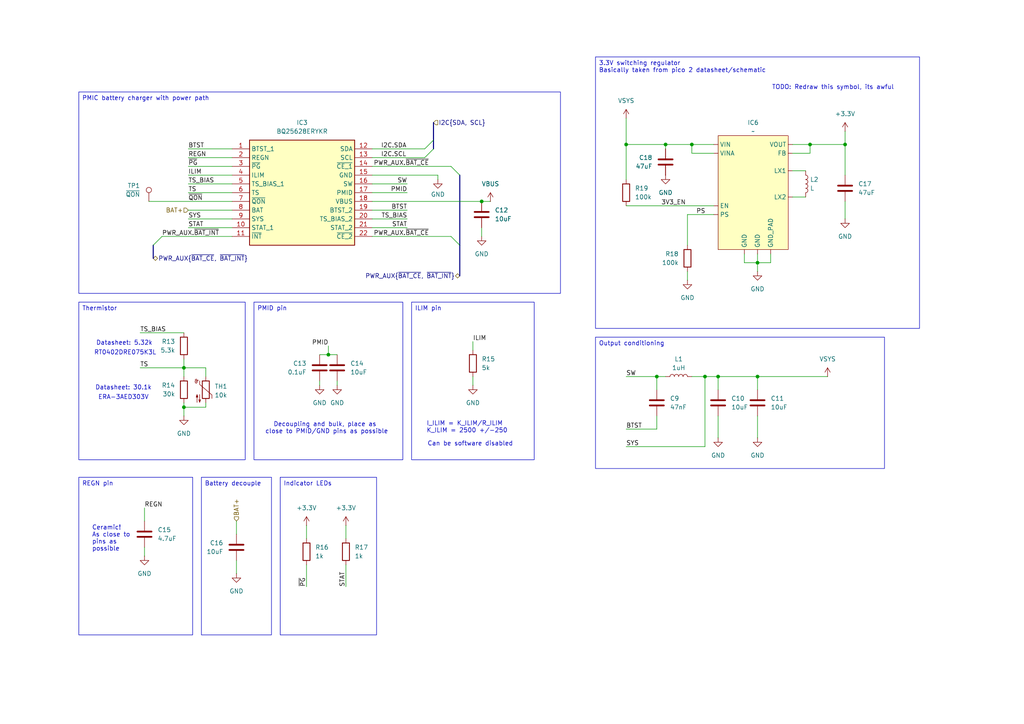
<source format=kicad_sch>
(kicad_sch (version 20250114) (generator "eeschema") (generator_version "9.0")
  (paper "A4")
  (lib_symbols
    (symbol "Connector:TestPoint" (pin_numbers (hide yes)) (pin_names (offset 0.762) (hide yes))
      (property "Reference" "TP" (at 0 6.858 0))
      (property "Value" "TestPoint" (at 0 5.08 0))
      (symbol "TestPoint_0_1"
        (circle (center 0 3.302) (radius 0.762))
      )
      (symbol "TestPoint_1_1"
        (pin passive line (at 0 0 90) (length 2.54) (name "1") (number "1"))
      )
    )
    (symbol "Device:C" (pin_numbers (hide yes)) (pin_names (offset 0.254))
      (property "Reference" "C" (at 0.635 2.54 0))
      (property "Value" "C" (at 0.635 -2.54 0))
      (symbol "C_0_1"
        (polyline (pts (xy -2.032 0.762) (xy 2.032 0.762)) (stroke (width 0.508)))
        (polyline (pts (xy -2.032 -0.762) (xy 2.032 -0.762)) (stroke (width 0.508)))
      )
      (symbol "C_1_1"
        (pin passive line (at 0 3.81 270) (length 2.794) (name "~") (number "1"))
        (pin passive line (at 0 -3.81 90) (length 2.794) (name "~") (number "2"))
      )
    )
    (symbol "Device:L" (pin_numbers (hide yes)) (pin_names (offset 1.016) (hide yes))
      (property "Reference" "L" (at -1.27 0 90))
      (property "Value" "L" (at 1.905 0 90))
      (symbol "L_0_1"
        (arc (start 0 2.54) (mid 0.6323 1.905) (end 0 1.27))
        (arc (start 0 1.27) (mid 0.6323 0.635) (end 0 0))
        (arc (start 0 0) (mid 0.6323 -0.635) (end 0 -1.27))
        (arc (start 0 -1.27) (mid 0.6323 -1.905) (end 0 -2.54))
      )
      (symbol "L_1_1"
        (pin passive line (at 0 3.81 270) (length 1.27) (name "1") (number "1"))
        (pin passive line (at 0 -3.81 90) (length 1.27) (name "2") (number "2"))
      )
    )
    (symbol "Device:R" (pin_numbers (hide yes)) (pin_names (offset 0))
      (property "Reference" "R" (at 2.032 0 90))
      (property "Value" "R" (at 0 0 90))
      (symbol "R_0_1"
        (rectangle (start -1.016 -2.54) (end 1.016 2.54) (stroke (width 0.254)))
      )
      (symbol "R_1_1"
        (pin passive line (at 0 3.81 270) (length 1.27) (name "~") (number "1"))
        (pin passive line (at 0 -3.81 90) (length 1.27) (name "~") (number "2"))
      )
    )
    (symbol "Device:Thermistor_NTC" (pin_numbers (hide yes)) (pin_names (offset 0))
      (property "Reference" "TH" (at -4.445 0 90))
      (property "Value" "Thermistor_NTC" (at 3.175 0 90))
      (symbol "Thermistor_NTC_0_1"
        (arc (start -3.175 2.413) (mid -3.0506 2.3165) (end -3.048 2.159))
        (arc (start -3.048 2.794) (mid -2.9736 2.9736) (end -2.794 3.048))
        (arc (start -2.794 3.048) (mid -2.6144 2.9736) (end -2.54 2.794))
        (arc (start -2.794 2.54) (mid -2.9736 2.6144) (end -3.048 2.794))
        (arc (start -2.794 1.905) (mid -2.9736 1.9794) (end -3.048 2.159))
        (arc (start -2.54 2.159) (mid -2.6144 1.9794) (end -2.794 1.905))
        (arc (start -2.159 2.794) (mid -2.434 2.5608) (end -2.794 2.54))
        (polyline (pts (xy -2.54 2.159) (xy -2.54 2.794)))
        (polyline (pts (xy -2.54 -3.683) (xy -2.54 -1.397) (xy -2.794 -2.159) (xy -2.286 -2.159) (xy -2.54 -1.397) (xy -2.54 -1.651)) (fill (type outline)))
        (polyline (pts (xy -1.778 2.54) (xy -1.778 1.524) (xy 1.778 -1.524) (xy 1.778 -2.54)))
        (polyline (pts (xy -1.778 -1.397) (xy -1.778 -3.683) (xy -2.032 -2.921) (xy -1.524 -2.921) (xy -1.778 -3.683) (xy -1.778 -3.429)) (fill (type outline)))
        (rectangle (start -1.016 2.54) (end 1.016 -2.54) (stroke (width 0.254)))
      )
      (symbol "Thermistor_NTC_1_1"
        (pin passive line (at 0 3.81 270) (length 1.27) (name "~") (number "1"))
        (pin passive line (at 0 -3.81 90) (length 1.27) (name "~") (number "2"))
      )
    )
    (symbol "SamacSys_Parts:BQ25628ERYKR"
      (property "Reference" "IC" (at 36.83 7.62 0))
      (property "Value" "BQ25628ERYKR" (at 36.83 5.08 0))
      (symbol "BQ25628ERYKR_1_1"
        (rectangle (start 5.08 2.54) (end 35.56 -27.94) (stroke (width 0.254)) (fill (type background)))
        (pin passive line (at 0 0 0) (length 5.08) (name "BTST_1") (number "1"))
        (pin passive line (at 0 -2.54 0) (length 5.08) (name "REGN") (number "2"))
        (pin passive line (at 0 -5.08 0) (length 5.08) (name "~{PG}") (number "3"))
        (pin passive line (at 0 -7.62 0) (length 5.08) (name "ILIM") (number "4"))
        (pin passive line (at 0 -10.16 0) (length 5.08) (name "TS_BIAS_1") (number "5"))
        (pin passive line (at 0 -12.7 0) (length 5.08) (name "TS") (number "6"))
        (pin passive line (at 0 -15.24 0) (length 5.08) (name "~{QON}") (number "7"))
        (pin passive line (at 0 -17.78 0) (length 5.08) (name "BAT") (number "8"))
        (pin passive line (at 0 -20.32 0) (length 5.08) (name "SYS") (number "9"))
        (pin passive line (at 0 -22.86 0) (length 5.08) (name "STAT_1") (number "10"))
        (pin passive line (at 0 -25.4 0) (length 5.08) (name "~{INT}") (number "11"))
        (pin passive line (at 40.64 0 180) (length 5.08) (name "SDA") (number "12"))
        (pin passive line (at 40.64 -2.54 180) (length 5.08) (name "SCL") (number "13"))
        (pin passive line (at 40.64 -5.08 180) (length 5.08) (name "~{CE_1}") (number "14"))
        (pin passive line (at 40.64 -7.62 180) (length 5.08) (name "GND") (number "15"))
        (pin passive line (at 40.64 -10.16 180) (length 5.08) (name "SW") (number "16"))
        (pin passive line (at 40.64 -12.7 180) (length 5.08) (name "PMID") (number "17"))
        (pin passive line (at 40.64 -15.24 180) (length 5.08) (name "VBUS") (number "18"))
        (pin passive line (at 40.64 -17.78 180) (length 5.08) (name "BTST_2") (number "19"))
        (pin passive line (at 40.64 -20.32 180) (length 5.08) (name "TS_BIAS_2") (number "20"))
        (pin passive line (at 40.64 -22.86 180) (length 5.08) (name "STAT_2") (number "21"))
        (pin passive line (at 40.64 -25.4 180) (length 5.08) (name "~{CE_2}") (number "22"))
      )
    )
    (symbol "SamacSys_Parts:RT6150B-33GQW-Custom"
      (property "Reference" "IC" (at 0 0 0))
      (symbol "RT6150B-33GQW-Custom_1_1"
        (rectangle (start -10.16 -1.27) (end 10.16 -34.29) (fill (type background)))
        (pin power_in line (at -11.43 -3.81 0) (length 1.27) (name "VIN") (number ""))
        (pin power_in line (at -11.43 -6.35 0) (length 1.27) (name "VINA") (number ""))
        (pin input line (at -11.43 -21.59 0) (length 1.27) (name "EN") (number ""))
        (pin input line (at -11.43 -24.13 0) (length 1.27) (name "PS") (number ""))
        (pin passive line (at -2.54 -35.56 90) (length 1.27) (name "GND") (number ""))
        (pin passive line (at 1.27 -35.56 90) (length 1.27) (name "GND") (number ""))
        (pin passive line (at 5.08 -35.56 90) (length 1.27) (name "GND_PAD") (number ""))
        (pin power_out line (at 11.43 -3.81 180) (length 1.27) (name "VOUT") (number ""))
        (pin input line (at 11.43 -6.35 180) (length 1.27) (name "FB") (number ""))
        (pin passive line (at 11.43 -11.43 180) (length 1.27) (name "LX1") (number ""))
        (pin passive line (at 11.43 -19.05 180) (length 1.27) (name "LX2") (number ""))
      )
    )
    (symbol "power:+3.3V" (power) (pin_numbers (hide yes)) (pin_names (offset 0) (hide yes))
      (property "Value" "+3.3V" (at 0 3.556 0))
      (symbol "+3.3V_0_1"
        (polyline (pts (xy -0.762 1.27) (xy 0 2.54)))
        (polyline (pts (xy 0 2.54) (xy 0.762 1.27)))
        (polyline (pts (xy 0 0) (xy 0 2.54)))
      )
      (symbol "+3.3V_1_1"
        (pin power_in line (at 0 0 90) (length 0) (name "~") (number "1"))
      )
    )
    (symbol "power:GND" (power) (pin_numbers (hide yes)) (pin_names (offset 0) (hide yes))
      (property "Value" "GND" (at 0 -3.81 0))
      (symbol "GND_0_1"
        (polyline (pts (xy 0 0) (xy 0 -1.27) (xy 1.27 -1.27) (xy 0 -2.54) (xy -1.27 -1.27) (xy 0 -1.27)))
      )
      (symbol "GND_1_1"
        (pin power_in line (at 0 0 270) (length 0) (name "~") (number "1"))
      )
    )
    (symbol "power:VBUS" (power) (pin_numbers (hide yes)) (pin_names (offset 0) (hide yes))
      (property "Value" "VBUS" (at 0 3.556 0))
      (symbol "VBUS_0_1"
        (polyline (pts (xy -0.762 1.27) (xy 0 2.54)))
        (polyline (pts (xy 0 2.54) (xy 0.762 1.27)))
        (polyline (pts (xy 0 0) (xy 0 2.54)))
      )
      (symbol "VBUS_1_1"
        (pin power_in line (at 0 0 90) (length 0) (name "~") (number "1"))
      )
    )
  )
  (text "Can be software disabled" (at 136.398 128.778 0) (effects (font (size 1.27 1.27))))
  (text "I_ILIM = K_ILIM/R_ILIM\nK_ILIM = 2500 +/-250 " (at 123.698 123.952 0) (effects (font (size 1.27 1.27)) (justify left)))
  (text "Datasheet: 30.1k" (at 35.814 112.522 0) (effects (font (size 1.27 1.27))))
  (text "Ceramic!\nAs close to \npins as \npossible" (at 26.67 160.02 0) (effects (font (size 1.27 1.27)) (justify left bottom)))
  (text "RT0402DRE075K3L" (at 36.322 102.362 0) (effects (font (size 1.27 1.27))))
  (text "Decoupling and bulk, place as \nclose to PMID/GND pins as possible" (at 94.742 124.206 0) (effects (font (size 1.27 1.27))))
  (text "Datasheet: 5.32k" (at 36.068 99.568 0) (effects (font (size 1.27 1.27))))
  (text "ERA-3AED303V" (at 35.814 115.316 0) (effects (font (size 1.27 1.27))))
  (text "TODO: Redraw this symbol, its awful" (at 259.334 25.4 0) (effects (font (size 1.27 1.27)) (justify right)))
  (text_box "3.3V switching regulator\nBasically taken from pico 2 datasheet/schematic" (at 172.72 16.51 0) (size 93.98 78.74) (margins 0.9525 0.9525 0.9525 0.9525) (effects (font (size 1.27 1.27)) (justify left top)))
  (text_box "Battery decouple" (at 58.42 138.43 0) (size 20.32 45.72) (margins 0.9525 0.9525 0.9525 0.9525) (effects (font (size 1.27 1.27)) (justify left top)))
  (text_box "Thermistor" (at 22.86 87.63 0) (size 48.26 45.72) (margins 0.9525 0.9525 0.9525 0.9525) (effects (font (size 1.27 1.27)) (justify left top)))
  (text_box "PMID pin" (at 73.66 87.63 0) (size 43.18 45.72) (margins 0.9525 0.9525 0.9525 0.9525) (effects (font (size 1.27 1.27)) (justify left top)))
  (text_box "PMIC battery charger with power path" (at 22.86 26.67 0) (size 139.7 58.42) (margins 0.9525 0.9525 0.9525 0.9525) (effects (font (size 1.27 1.27)) (justify left top)))
  (text_box "REGN pin" (at 22.86 138.43 0) (size 33.02 45.72) (margins 0.9525 0.9525 0.9525 0.9525) (effects (font (size 1.27 1.27)) (justify left top)))
  (text_box "Indicator LEDs" (at 81.28 138.43 0) (size 27.94 45.72) (margins 0.9525 0.9525 0.9525 0.9525) (effects (font (size 1.27 1.27)) (justify left top)))
  (text_box "ILIM pin" (at 119.38 87.63 0) (size 35.56 45.72) (margins 0.9525 0.9525 0.9525 0.9525) (effects (font (size 1.27 1.27)) (justify left top)))
  (text_box "Output conditioning" (at 172.72 97.79 0) (size 83.82 38.1) (margins 0.9525 0.9525 0.9525 0.9525) (effects (font (size 1.27 1.27)) (justify left top)))
  (junction (at 190.5 109.22))
  (junction (at 181.61 41.91))
  (junction (at 208.28 109.22))
  (junction (at 219.71 76.2))
  (junction (at 219.71 109.22))
  (junction (at 53.34 118.11))
  (junction (at 200.66 41.91))
  (junction (at 204.47 109.22))
  (junction (at 245.11 41.91))
  (junction (at 234.95 41.91))
  (junction (at 53.34 106.68))
  (junction (at 193.04 41.91))
  (junction (at 95.25 102.87))
  (junction (at 139.7 58.42))
  (bus_entry (at 130.81 68.58) (size 2.54 2.54))
  (bus_entry (at 130.81 48.26) (size 2.54 2.54))
  (bus_entry (at 123.19 43.18) (size 2.54 -2.54))
  (bus_entry (at 123.19 45.72) (size 2.54 -2.54))
  (bus_entry (at 44.45 71.12) (size 2.54 -2.54))
  (wire (pts (xy 88.9 163.83) (xy 88.9 170.18)))
  (bus (pts (xy 44.45 71.12) (xy 44.45 74.93)))
  (wire (pts (xy 40.64 96.52) (xy 53.34 96.52)))
  (wire (pts (xy 229.87 41.91) (xy 234.95 41.91)))
  (wire (pts (xy 190.5 109.22) (xy 190.5 113.03)))
  (wire (pts (xy 200.66 41.91) (xy 207.01 41.91)))
  (wire (pts (xy 219.71 109.22) (xy 219.71 113.03)))
  (bus (pts (xy 133.35 50.8) (xy 133.35 71.12)))
  (wire (pts (xy 200.66 41.91) (xy 200.66 44.45)))
  (wire (pts (xy 41.91 158.75) (xy 41.91 161.29)))
  (wire (pts (xy 181.61 129.54) (xy 204.47 129.54)))
  (wire (pts (xy 193.04 41.91) (xy 193.04 43.18)))
  (wire (pts (xy 100.33 163.83) (xy 100.33 170.18)))
  (wire (pts (xy 181.61 109.22) (xy 190.5 109.22)))
  (wire (pts (xy 53.34 116.84) (xy 53.34 118.11)))
  (wire (pts (xy 181.61 124.46) (xy 190.5 124.46)))
  (wire (pts (xy 190.5 109.22) (xy 193.04 109.22)))
  (wire (pts (xy 54.61 45.72) (xy 67.31 45.72)))
  (wire (pts (xy 92.71 110.49) (xy 92.71 111.76)))
  (wire (pts (xy 181.61 59.69) (xy 207.01 59.69)))
  (wire (pts (xy 53.34 118.11) (xy 53.34 120.65)))
  (wire (pts (xy 137.16 109.22) (xy 137.16 111.76)))
  (wire (pts (xy 54.61 48.26) (xy 67.31 48.26)))
  (wire (pts (xy 229.87 44.45) (xy 234.95 44.45)))
  (wire (pts (xy 234.95 44.45) (xy 234.95 41.91)))
  (wire (pts (xy 54.61 55.88) (xy 67.31 55.88)))
  (wire (pts (xy 43.18 58.42) (xy 67.31 58.42)))
  (wire (pts (xy 137.16 99.06) (xy 137.16 101.6)))
  (wire (pts (xy 215.9 73.66) (xy 215.9 76.2)))
  (wire (pts (xy 107.95 45.72) (xy 123.19 45.72)))
  (wire (pts (xy 223.52 73.66) (xy 223.52 76.2)))
  (wire (pts (xy 107.95 53.34) (xy 118.11 53.34)))
  (bus (pts (xy 125.73 40.64) (xy 125.73 35.56)))
  (wire (pts (xy 200.66 44.45) (xy 207.01 44.45)))
  (wire (pts (xy 204.47 129.54) (xy 204.47 109.22)))
  (wire (pts (xy 208.28 120.65) (xy 208.28 127)))
  (wire (pts (xy 54.61 50.8) (xy 67.31 50.8)))
  (wire (pts (xy 107.95 68.58) (xy 130.81 68.58)))
  (wire (pts (xy 68.58 162.56) (xy 68.58 166.37)))
  (wire (pts (xy 54.61 53.34) (xy 67.31 53.34)))
  (wire (pts (xy 97.79 110.49) (xy 97.79 111.76)))
  (wire (pts (xy 54.61 63.5) (xy 67.31 63.5)))
  (wire (pts (xy 234.95 41.91) (xy 245.11 41.91)))
  (wire (pts (xy 229.87 57.15) (xy 233.68 57.15)))
  (bus (pts (xy 133.35 71.12) (xy 133.35 80.01)))
  (wire (pts (xy 181.61 34.29) (xy 181.61 41.91)))
  (bus (pts (xy 125.73 43.18) (xy 125.73 40.64)))
  (wire (pts (xy 181.61 41.91) (xy 193.04 41.91)))
  (wire (pts (xy 199.39 62.23) (xy 207.01 62.23)))
  (wire (pts (xy 95.25 100.33) (xy 95.25 102.87)))
  (wire (pts (xy 54.61 43.18) (xy 67.31 43.18)))
  (wire (pts (xy 204.47 109.22) (xy 208.28 109.22)))
  (wire (pts (xy 245.11 58.42) (xy 245.11 63.5)))
  (wire (pts (xy 219.71 109.22) (xy 240.03 109.22)))
  (wire (pts (xy 53.34 106.68) (xy 53.34 109.22)))
  (wire (pts (xy 219.71 120.65) (xy 219.71 127)))
  (wire (pts (xy 107.95 50.8) (xy 127 50.8)))
  (wire (pts (xy 40.64 106.68) (xy 53.34 106.68)))
  (wire (pts (xy 199.39 71.12) (xy 199.39 62.23)))
  (wire (pts (xy 53.34 106.68) (xy 59.69 106.68)))
  (wire (pts (xy 54.61 60.96) (xy 67.31 60.96)))
  (wire (pts (xy 193.04 41.91) (xy 200.66 41.91)))
  (wire (pts (xy 100.33 152.4) (xy 100.33 156.21)))
  (wire (pts (xy 215.9 76.2) (xy 219.71 76.2)))
  (wire (pts (xy 181.61 41.91) (xy 181.61 52.07)))
  (wire (pts (xy 107.95 48.26) (xy 130.81 48.26)))
  (wire (pts (xy 88.9 152.4) (xy 88.9 156.21)))
  (wire (pts (xy 107.95 60.96) (xy 118.11 60.96)))
  (wire (pts (xy 53.34 104.14) (xy 53.34 106.68)))
  (wire (pts (xy 107.95 66.04) (xy 118.11 66.04)))
  (wire (pts (xy 127 50.8) (xy 127 52.07)))
  (wire (pts (xy 54.61 66.04) (xy 67.31 66.04)))
  (wire (pts (xy 59.69 116.84) (xy 59.69 118.11)))
  (wire (pts (xy 107.95 55.88) (xy 118.11 55.88)))
  (wire (pts (xy 92.71 102.87) (xy 95.25 102.87)))
  (wire (pts (xy 107.95 43.18) (xy 123.19 43.18)))
  (wire (pts (xy 95.25 102.87) (xy 97.79 102.87)))
  (wire (pts (xy 68.58 151.13) (xy 68.58 154.94)))
  (wire (pts (xy 41.91 147.32) (xy 41.91 151.13)))
  (wire (pts (xy 59.69 118.11) (xy 53.34 118.11)))
  (wire (pts (xy 245.11 38.1) (xy 245.11 41.91)))
  (wire (pts (xy 139.7 58.42) (xy 142.24 58.42)))
  (wire (pts (xy 190.5 124.46) (xy 190.5 120.65)))
  (wire (pts (xy 199.39 78.74) (xy 199.39 81.28)))
  (wire (pts (xy 219.71 76.2) (xy 219.71 78.74)))
  (wire (pts (xy 107.95 58.42) (xy 139.7 58.42)))
  (wire (pts (xy 245.11 41.91) (xy 245.11 50.8)))
  (wire (pts (xy 59.69 106.68) (xy 59.69 109.22)))
  (wire (pts (xy 219.71 73.66) (xy 219.71 76.2)))
  (wire (pts (xy 223.52 76.2) (xy 219.71 76.2)))
  (wire (pts (xy 208.28 109.22) (xy 219.71 109.22)))
  (wire (pts (xy 139.7 66.04) (xy 139.7 68.58)))
  (wire (pts (xy 46.99 68.58) (xy 67.31 68.58)))
  (wire (pts (xy 107.95 63.5) (xy 118.11 63.5)))
  (wire (pts (xy 200.66 109.22) (xy 204.47 109.22)))
  (wire (pts (xy 208.28 109.22) (xy 208.28 113.03)))
  (wire (pts (xy 229.87 49.53) (xy 233.68 49.53)))
  (label "PMID" (at 118.11 55.88 180))
  (label "TS" (at 40.64 106.68 0))
  (label "REGN" (at 41.91 147.32 0))
  (label "PMID" (at 95.25 100.33 180))
  (label "REGN" (at 54.61 45.72 0))
  (label "STAT" (at 54.61 66.04 0))
  (label "PWR_AUX.~{BAT_CE}" (at 124.46 68.58 180))
  (label "3V3_EN" (at 191.77 59.69 0))
  (label "~{QON}" (at 54.61 58.42 0))
  (label "BTST" (at 181.61 124.46 0))
  (label "~{PG}" (at 88.9 170.18 90))
  (label "PWR_AUX.~{BAT_CE}" (at 124.46 48.26 180))
  (label "SYS" (at 54.61 63.5 0))
  (label "BTST" (at 54.61 43.18 0))
  (label "STAT" (at 118.11 66.04 180))
  (label "SYS" (at 181.61 129.54 0))
  (label "ILIM" (at 54.61 50.8 0))
  (label "SW" (at 118.11 53.34 180))
  (label "PS" (at 201.93 62.23 0))
  (label "TS_BIAS" (at 118.11 63.5 180))
  (label "TS_BIAS" (at 54.61 53.34 0))
  (label "TS" (at 54.61 55.88 0))
  (label "I2C.SCL" (at 110.49 45.72 0))
  (label "PWR_AUX.~{BAT_INT}" (at 46.99 68.58 0))
  (label "ILIM" (at 137.16 99.06 0))
  (label "SW" (at 181.61 109.22 0))
  (label "~{PG}" (at 54.61 48.26 0))
  (label "BTST" (at 118.11 60.96 180))
  (label "STAT" (at 100.33 170.18 90))
  (label "I2C.SDA" (at 110.49 43.18 0))
  (label "TS_BIAS" (at 40.64 96.52 0))
  (hierarchical_label "BAT+" (shape input) (at 54.61 60.96 180))
  (hierarchical_label "I2C{SDA, SCL}" (shape input) (at 125.73 35.56 0))
  (hierarchical_label "PWR_AUX{~{BAT_CE}, ~{BAT_INT}}" (shape bidirectional) (at 44.45 74.93 0))
  (hierarchical_label "BAT+" (shape input) (at 68.58 151.13 90))
  (hierarchical_label "PWR_AUX{~{BAT_CE}, ~{BAT_INT}}" (shape bidirectional) (at 133.35 80.01 180))
  (symbol (lib_id "Device:R") (at 53.34 113.03 0) (mirror y) (unit 1)
    (property "Reference" "R14" (at 50.8 111.7599 0) (effects (justify left)))
    (property "Value" "30k" (at 50.8 114.2999 0) (effects (justify left)))
    (property "Footprint" "Resistor_SMD:R_0603_1608Metric" (effects (hide yes)))
    (property "Description" "Resistor" (effects (hide yes)))
  )
  (symbol (lib_id "power:GND") (at 219.71 78.74 0) (unit 1)
    (property "Reference" "#PWR043" (effects (hide yes)))
    (property "Value" "GND" (at 219.71 83.82 0))
    (property "Description" "Power symbol creates a global label with name \"GND\" , ground" (effects (hide yes)))
  )
  (symbol (lib_id "Device:L") (at 233.68 53.34 0) (unit 1)
    (property "Reference" "L2" (at 234.95 52.0699 0) (effects (justify left)))
    (property "Value" "L" (at 234.95 54.6099 0) (effects (justify left)))
    (property "Footprint" "Inductor_SMD:L_0805_2012Metric" (effects (hide yes)))
    (property "Description" "Inductor" (effects (hide yes)))
  )
  (symbol (lib_id "power:GND") (at 193.04 50.8 0) (unit 1)
    (property "Reference" "#PWR073" (effects (hide yes)))
    (property "Value" "GND" (at 193.04 55.88 0))
    (property "Description" "Power symbol creates a global label with name \"GND\" , ground" (effects (hide yes)))
  )
  (symbol (lib_id "Device:C") (at 193.04 46.99 0) (mirror y) (unit 1)
    (property "Reference" "C18" (at 189.23 45.7199 0) (effects (justify left)))
    (property "Value" "47uF" (at 189.23 48.2599 0) (effects (justify left)))
    (property "Footprint" "Capacitor_SMD:C_0805_2012Metric" (effects (hide yes)))
    (property "Description" "Unpolarized capacitor" (effects (hide yes)))
    (property "Tolerance" "20%" (effects (hide yes)))
    (property "Material" "X5R" (effects (hide yes)))
  )
  (symbol (lib_id "Connector:TestPoint") (at 43.18 58.42 0) (unit 1)
    (property "Reference" "TP1" (at 40.64 53.8479 0) (effects (justify right)))
    (property "Value" "~{QON}" (at 40.64 56.3879 0) (effects (justify right)))
    (property "Description" "test point" (effects (hide yes)))
  )
  (symbol (lib_id "Device:C") (at 245.11 54.61 0) (unit 1)
    (property "Reference" "C17" (at 248.92 53.3399 0) (effects (justify left)))
    (property "Value" "47uF" (at 248.92 55.8799 0) (effects (justify left)))
    (property "Footprint" "Capacitor_SMD:C_0805_2012Metric" (effects (hide yes)))
    (property "Description" "Unpolarized capacitor" (effects (hide yes)))
    (property "Tolerance" "20%" (effects (hide yes)))
    (property "Material" "X5R" (effects (hide yes)))
  )
  (symbol (lib_id "Device:R") (at 100.33 160.02 0) (mirror y) (unit 1)
    (property "Reference" "R17" (at 102.87 158.7499 0) (effects (justify right)))
    (property "Value" "1k" (at 102.87 161.2899 0) (effects (justify right)))
    (property "Footprint" "Resistor_SMD:R_0402_1005Metric" (effects (hide yes)))
    (property "Description" "Resistor" (effects (hide yes)))
  )
  (symbol (lib_id "Device:C") (at 41.91 154.94 0) (unit 1)
    (property "Reference" "C15" (at 45.72 153.67 0) (effects (justify left)))
    (property "Value" "4.7uF" (at 45.72 156.21 0) (effects (justify left)))
    (property "Footprint" "Capacitor_SMD:C_0603_1608Metric" (effects (hide yes)))
  )
  (symbol (lib_id "SamacSys_Parts:BQ25628ERYKR") (at 67.31 43.18 0) (unit 1)
    (property "Reference" "IC3" (at 87.63 35.56 0))
    (property "Value" "BQ25628ERYKR" (at 87.63 38.1 0))
    (property "Footprint" "SamacSys_Parts:BQ25628ERYKR" (effects (hide yes)))
    (property "Datasheet" "https://www.ti.com/lit/gpn/bq25628e" (effects (hide yes)))
    (property "Description" "Battery Management IC controlled single-cell 2-A buck battery charger with up to 18-V input and ADC" (effects (hide yes)))
    (property "Height" "0.8" (effects (hide yes)))
    (property "Mouser Part Number" "595-BQ25628ERYKR" (effects (hide yes)))
    (property "Mouser Price/Stock" "https://www.mouser.co.uk/ProductDetail/Texas-Instruments/BQ25628ERYKR?qs=1Kr7Jg1SGW98W%252BeGFQ305w%3D%3D" (effects (hide yes)))
    (property "Manufacturer_Name" "Texas Instruments" (effects (hide yes)))
    (property "Manufacturer_Part_Number" "BQ25628ERYKR" (effects (hide yes)))
  )
  (symbol (lib_id "SamacSys_Parts:RT6150B-33GQW-Custom") (at 218.44 38.1 0) (unit 1)
    (property "Reference" "IC6" (at 218.44 35.56 0))
    (property "Value" "~" (at 218.44 38.1 0))
    (property "Footprint" "SamacSys_Parts:SON50P250X250X80-11N-D" (effects (hide yes)))
  )
  (symbol (lib_id "power:GND") (at 68.58 166.37 0) (unit 1)
    (property "Reference" "#PWR039" (effects (hide yes)))
    (property "Value" "GND" (at 68.58 171.45 0))
  )
  (symbol (lib_id "power:+3.3V") (at 245.11 38.1 0) (unit 1)
    (property "Reference" "#PWR042" (effects (hide yes)))
    (property "Value" "+3.3V" (at 245.11 33.02 0))
    (property "Description" "Power symbol creates a global label with name \"+3.3V\"" (effects (hide yes)))
  )
  (symbol (lib_id "Device:R") (at 53.34 100.33 0) (mirror y) (unit 1)
    (property "Reference" "R13" (at 50.8 99.0599 0) (effects (justify left)))
    (property "Value" "5.3k" (at 50.8 101.5999 0) (effects (justify left)))
    (property "Footprint" "Resistor_SMD:R_0402_1005Metric" (effects (hide yes)))
    (property "Description" "Resistor" (effects (hide yes)))
  )
  (symbol (lib_id "power:GND") (at 53.34 120.65 0) (unit 1)
    (property "Reference" "#PWR030" (effects (hide yes)))
    (property "Value" "GND" (at 53.34 125.73 0))
  )
  (symbol (lib_id "Device:Thermistor_NTC") (at 59.69 113.03 0) (unit 1)
    (property "Reference" "TH1" (at 62.23 112.0774 0) (effects (justify left)))
    (property "Value" "10k" (at 62.23 114.6174 0) (effects (justify left)))
    (property "Footprint" "Resistor_SMD:R_0402_1005Metric" (effects (hide yes)))
    (property "Description" "Temperature dependent resistor, negative temperature coefficient" (effects (hide yes)))
  )
  (symbol (lib_id "Device:R") (at 137.16 105.41 0) (unit 1)
    (property "Reference" "R15" (at 139.7 104.1399 0) (effects (justify left)))
    (property "Value" "5k" (at 139.7 106.6799 0) (effects (justify left)))
    (property "Footprint" "Resistor_SMD:R_0402_1005Metric" (effects (hide yes)))
  )
  (symbol (lib_id "power:GND") (at 245.11 63.5 0) (unit 1)
    (property "Reference" "#PWR046" (effects (hide yes)))
    (property "Value" "GND" (at 245.11 68.58 0))
    (property "Description" "Power symbol creates a global label with name \"GND\" , ground" (effects (hide yes)))
  )
  (symbol (lib_id "power:GND") (at 219.71 127 0) (unit 1)
    (property "Reference" "#PWR032" (effects (hide yes)))
    (property "Value" "GND" (at 219.71 132.08 0))
  )
  (symbol (lib_id "Device:R") (at 199.39 74.93 0) (unit 1)
    (property "Reference" "R18" (at 196.85 73.6599 0) (effects (justify right)))
    (property "Value" "100k" (at 196.85 76.1999 0) (effects (justify right)))
    (property "Footprint" "Resistor_SMD:R_0603_1608Metric" (effects (hide yes)))
    (property "Description" "Resistor" (effects (hide yes)))
  )
  (symbol (lib_id "Device:C") (at 68.58 158.75 0) (unit 1)
    (property "Reference" "C16" (at 64.77 157.4799 0) (effects (justify right)))
    (property "Value" "10uF" (at 64.77 160.0199 0) (effects (justify right)))
    (property "Footprint" "Capacitor_SMD:C_0603_1608Metric" (effects (hide yes)))
    (property "Description" "Unpolarized capacitor" (effects (hide yes)))
  )
  (symbol (lib_id "power:GND") (at 41.91 161.29 0) (unit 1)
    (property "Reference" "#PWR038" (effects (hide yes)))
    (property "Value" "GND" (at 41.91 166.37 0))
  )
  (symbol (lib_id "power:GND") (at 199.39 81.28 0) (unit 1)
    (property "Reference" "#PWR044" (effects (hide yes)))
    (property "Value" "GND" (at 199.39 86.36 0))
    (property "Description" "Power symbol creates a global label with name \"GND\" , ground" (effects (hide yes)))
  )
  (symbol (lib_id "Device:C") (at 92.71 106.68 0) (unit 1)
    (property "Reference" "C13" (at 88.9 105.4099 0) (effects (justify right)))
    (property "Value" "0.1uF" (at 88.9 107.9499 0) (effects (justify right)))
    (property "Footprint" "Capacitor_SMD:C_0402_1005Metric" (effects (hide yes)))
    (property "Description" "Unpolarized capacitor" (effects (hide yes)))
  )
  (symbol (lib_id "Device:C") (at 97.79 106.68 0) (unit 1)
    (property "Reference" "C14" (at 101.6 105.41 0) (effects (justify left)))
    (property "Value" "10uF" (at 101.6 107.95 0) (effects (justify left)))
    (property "Footprint" "Capacitor_SMD:C_0603_1608Metric" (effects (hide yes)))
  )
  (symbol (lib_id "power:GND") (at 137.16 111.76 0) (unit 1)
    (property "Reference" "#PWR037" (effects (hide yes)))
    (property "Value" "GND" (at 137.16 116.84 0))
  )
  (symbol (lib_id "power:+3.3V") (at 88.9 152.4 0) (unit 1)
    (property "Reference" "#PWR040" (effects (hide yes)))
    (property "Value" "+3.3V" (at 88.9 147.32 0))
    (property "Description" "Power symbol creates a global label with name \"+3.3V\"" (effects (hide yes)))
  )
  (symbol (lib_id "Device:C") (at 219.71 116.84 0) (unit 1)
    (property "Reference" "C11" (at 223.52 115.5699 0) (effects (justify left)))
    (property "Value" "10uF" (at 223.52 118.1099 0) (effects (justify left)))
    (property "Footprint" "Capacitor_SMD:C_0603_1608Metric" (effects (hide yes)))
    (property "Description" "Unpolarized capacitor" (effects (hide yes)))
  )
  (symbol (lib_id "Device:L") (at 196.85 109.22 90) (unit 1)
    (property "Reference" "L1" (at 196.85 104.14 90))
    (property "Value" "1uH" (at 196.85 106.68 90))
    (property "Footprint" "Inductor_SMD:L_0603_1608Metric" (effects (hide yes)))
  )
  (symbol (lib_id "Device:C") (at 139.7 62.23 0) (unit 1)
    (property "Reference" "C12" (at 143.51 60.9599 0) (effects (justify left)))
    (property "Value" "10uF" (at 143.51 63.4999 0) (effects (justify left)))
    (property "Footprint" "Capacitor_SMD:C_0603_1608Metric" (effects (hide yes)))
  )
  (symbol (lib_id "Device:R") (at 88.9 160.02 0) (mirror y) (unit 1)
    (property "Reference" "R16" (at 91.44 158.7499 0) (effects (justify right)))
    (property "Value" "1k" (at 91.44 161.2899 0) (effects (justify right)))
    (property "Footprint" "Resistor_SMD:R_0402_1005Metric" (effects (hide yes)))
    (property "Description" "Resistor" (effects (hide yes)))
  )
  (symbol (lib_id "power:GND") (at 92.71 111.76 0) (unit 1)
    (property "Reference" "#PWR035" (effects (hide yes)))
    (property "Value" "GND" (at 92.71 116.84 0))
  )
  (symbol (lib_id "power:GND") (at 208.28 127 0) (unit 1)
    (property "Reference" "#PWR031" (effects (hide yes)))
    (property "Value" "GND" (at 208.28 132.08 0))
  )
  (symbol (lib_id "power:GND") (at 127 52.07 0) (unit 1)
    (property "Reference" "#PWR028" (effects (hide yes)))
    (property "Value" "GND" (at 127 56.388 0))
    (property "Description" "Power symbol creates a global label with name \"GND\" , ground" (effects (hide yes)))
  )
  (symbol (lib_id "power:VBUS") (at 142.24 58.42 0) (unit 1)
    (property "Reference" "#PWR029" (effects (hide yes)))
    (property "Value" "VBUS" (at 142.24 53.34 0))
    (property "Description" "Power symbol creates a global label with name \"VBUS\"" (effects (hide yes)))
  )
  (symbol (lib_id "Device:C") (at 208.28 116.84 0) (unit 1)
    (property "Reference" "C10" (at 212.09 115.5699 0) (effects (justify left)))
    (property "Value" "10uF" (at 212.09 118.1099 0) (effects (justify left)))
    (property "Footprint" "Capacitor_SMD:C_0603_1608Metric" (effects (hide yes)))
    (property "Description" "Unpolarized capacitor" (effects (hide yes)))
  )
  (symbol (lib_id "Device:R") (at 181.61 55.88 0) (mirror y) (unit 1)
    (property "Reference" "R19" (at 184.15 54.6099 0) (effects (justify right)))
    (property "Value" "100k" (at 184.15 57.1499 0) (effects (justify right)))
    (property "Footprint" "Resistor_SMD:R_0603_1608Metric" (effects (hide yes)))
    (property "Description" "Resistor" (effects (hide yes)))
  )
  (symbol (lib_id "power:GND") (at 139.7 68.58 0) (unit 1)
    (property "Reference" "#PWR034" (effects (hide yes)))
    (property "Value" "GND" (at 139.7 73.66 0))
  )
  (symbol (lib_id "power:GND") (at 97.79 111.76 0) (unit 1)
    (property "Reference" "#PWR036" (effects (hide yes)))
    (property "Value" "GND" (at 97.79 116.84 0))
  )
  (symbol (lib_id "power:+3.3V") (at 100.33 152.4 0) (unit 1)
    (property "Reference" "#PWR041" (effects (hide yes)))
    (property "Value" "+3.3V" (at 100.33 147.32 0))
    (property "Description" "Power symbol creates a global label with name \"+3.3V\"" (effects (hide yes)))
  )
  (symbol (lib_id "power:VBUS") (at 181.61 34.29 0) (unit 1)
    (property "Reference" "#PWR045" (effects (hide yes)))
    (property "Value" "VSYS" (at 181.61 29.21 0))
    (property "Description" "Power symbol creates a global label with name \"VBUS\"" (effects (hide yes)))
  )
  (symbol (lib_id "Device:C") (at 190.5 116.84 0) (unit 1)
    (property "Reference" "C9" (at 194.31 115.57 0) (effects (justify left)))
    (property "Value" "47nF" (at 194.31 118.11 0) (effects (justify left)))
    (property "Footprint" "Capacitor_SMD:C_0603_1608Metric" (effects (hide yes)))
  )
  (symbol (lib_id "power:VBUS") (at 240.03 109.22 0) (unit 1)
    (property "Reference" "#PWR033" (effects (hide yes)))
    (property "Value" "VSYS" (at 240.03 104.14 0))
    (property "Description" "Power symbol creates a global label with name \"VBUS\"" (effects (hide yes)))
  )
)
</source>
